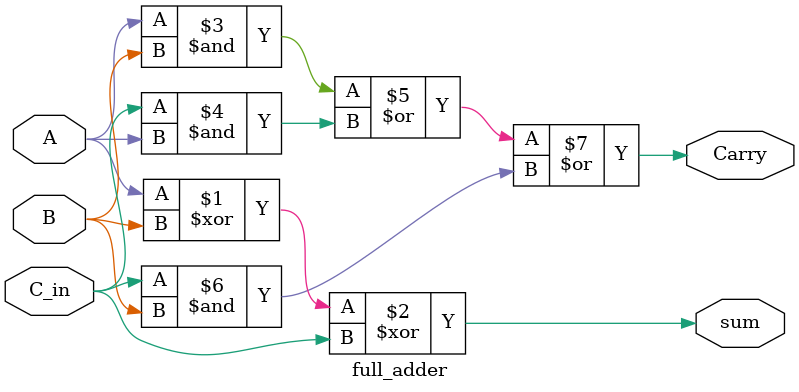
<source format=v>
module full_adder (A,B,C_in,sum,Carry);

input  A; 
input  B;
input  C_in;
output sum;
output Carry;

assign sum = A ^ B ^ C_in; 
assign Carry = (A & B) | (C_in & A) | (C_in & B);
 

endmodule
</source>
